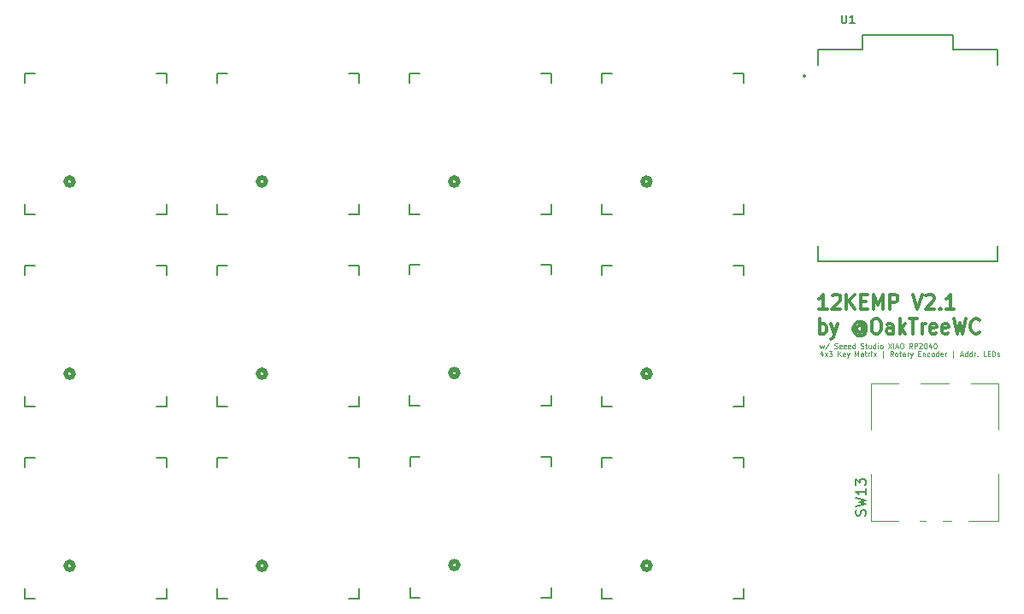
<source format=gbr>
%TF.GenerationSoftware,KiCad,Pcbnew,7.0.10*%
%TF.CreationDate,2026-02-14T21:30:48-08:00*%
%TF.ProjectId,12kempV2.1,31326b65-6d70-4563-922e-312e6b696361,rev?*%
%TF.SameCoordinates,Original*%
%TF.FileFunction,Legend,Top*%
%TF.FilePolarity,Positive*%
%FSLAX46Y46*%
G04 Gerber Fmt 4.6, Leading zero omitted, Abs format (unit mm)*
G04 Created by KiCad (PCBNEW 7.0.10) date 2026-02-14 21:30:48*
%MOMM*%
%LPD*%
G01*
G04 APERTURE LIST*
%ADD10C,0.300000*%
%ADD11C,0.125000*%
%ADD12C,0.150000*%
%ADD13C,0.127000*%
%ADD14C,0.200000*%
%ADD15C,0.120000*%
%ADD16C,0.508000*%
G04 APERTURE END LIST*
D10*
X182114034Y-87135828D02*
X181314034Y-87135828D01*
X181714034Y-87135828D02*
X181714034Y-85635828D01*
X181714034Y-85635828D02*
X181580701Y-85850114D01*
X181580701Y-85850114D02*
X181447368Y-85992971D01*
X181447368Y-85992971D02*
X181314034Y-86064400D01*
X182647367Y-85778685D02*
X182714034Y-85707257D01*
X182714034Y-85707257D02*
X182847367Y-85635828D01*
X182847367Y-85635828D02*
X183180701Y-85635828D01*
X183180701Y-85635828D02*
X183314034Y-85707257D01*
X183314034Y-85707257D02*
X183380701Y-85778685D01*
X183380701Y-85778685D02*
X183447367Y-85921542D01*
X183447367Y-85921542D02*
X183447367Y-86064400D01*
X183447367Y-86064400D02*
X183380701Y-86278685D01*
X183380701Y-86278685D02*
X182580701Y-87135828D01*
X182580701Y-87135828D02*
X183447367Y-87135828D01*
X184047367Y-87135828D02*
X184047367Y-85635828D01*
X184847367Y-87135828D02*
X184247367Y-86278685D01*
X184847367Y-85635828D02*
X184047367Y-86492971D01*
X185447367Y-86350114D02*
X185914034Y-86350114D01*
X186114034Y-87135828D02*
X185447367Y-87135828D01*
X185447367Y-87135828D02*
X185447367Y-85635828D01*
X185447367Y-85635828D02*
X186114034Y-85635828D01*
X186714034Y-87135828D02*
X186714034Y-85635828D01*
X186714034Y-85635828D02*
X187180701Y-86707257D01*
X187180701Y-86707257D02*
X187647367Y-85635828D01*
X187647367Y-85635828D02*
X187647367Y-87135828D01*
X188314034Y-87135828D02*
X188314034Y-85635828D01*
X188314034Y-85635828D02*
X188847367Y-85635828D01*
X188847367Y-85635828D02*
X188980701Y-85707257D01*
X188980701Y-85707257D02*
X189047367Y-85778685D01*
X189047367Y-85778685D02*
X189114034Y-85921542D01*
X189114034Y-85921542D02*
X189114034Y-86135828D01*
X189114034Y-86135828D02*
X189047367Y-86278685D01*
X189047367Y-86278685D02*
X188980701Y-86350114D01*
X188980701Y-86350114D02*
X188847367Y-86421542D01*
X188847367Y-86421542D02*
X188314034Y-86421542D01*
X190580701Y-85635828D02*
X191047368Y-87135828D01*
X191047368Y-87135828D02*
X191514034Y-85635828D01*
X191914034Y-85778685D02*
X191980701Y-85707257D01*
X191980701Y-85707257D02*
X192114034Y-85635828D01*
X192114034Y-85635828D02*
X192447368Y-85635828D01*
X192447368Y-85635828D02*
X192580701Y-85707257D01*
X192580701Y-85707257D02*
X192647368Y-85778685D01*
X192647368Y-85778685D02*
X192714034Y-85921542D01*
X192714034Y-85921542D02*
X192714034Y-86064400D01*
X192714034Y-86064400D02*
X192647368Y-86278685D01*
X192647368Y-86278685D02*
X191847368Y-87135828D01*
X191847368Y-87135828D02*
X192714034Y-87135828D01*
X193314034Y-86992971D02*
X193380701Y-87064400D01*
X193380701Y-87064400D02*
X193314034Y-87135828D01*
X193314034Y-87135828D02*
X193247367Y-87064400D01*
X193247367Y-87064400D02*
X193314034Y-86992971D01*
X193314034Y-86992971D02*
X193314034Y-87135828D01*
X194714034Y-87135828D02*
X193914034Y-87135828D01*
X194314034Y-87135828D02*
X194314034Y-85635828D01*
X194314034Y-85635828D02*
X194180701Y-85850114D01*
X194180701Y-85850114D02*
X194047368Y-85992971D01*
X194047368Y-85992971D02*
X193914034Y-86064400D01*
X181380701Y-89550828D02*
X181380701Y-88050828D01*
X181380701Y-88622257D02*
X181514034Y-88550828D01*
X181514034Y-88550828D02*
X181780701Y-88550828D01*
X181780701Y-88550828D02*
X181914034Y-88622257D01*
X181914034Y-88622257D02*
X181980701Y-88693685D01*
X181980701Y-88693685D02*
X182047368Y-88836542D01*
X182047368Y-88836542D02*
X182047368Y-89265114D01*
X182047368Y-89265114D02*
X181980701Y-89407971D01*
X181980701Y-89407971D02*
X181914034Y-89479400D01*
X181914034Y-89479400D02*
X181780701Y-89550828D01*
X181780701Y-89550828D02*
X181514034Y-89550828D01*
X181514034Y-89550828D02*
X181380701Y-89479400D01*
X182514035Y-88550828D02*
X182847368Y-89550828D01*
X183180701Y-88550828D02*
X182847368Y-89550828D01*
X182847368Y-89550828D02*
X182714035Y-89907971D01*
X182714035Y-89907971D02*
X182647368Y-89979400D01*
X182647368Y-89979400D02*
X182514035Y-90050828D01*
X185647369Y-88836542D02*
X185580702Y-88765114D01*
X185580702Y-88765114D02*
X185447369Y-88693685D01*
X185447369Y-88693685D02*
X185314035Y-88693685D01*
X185314035Y-88693685D02*
X185180702Y-88765114D01*
X185180702Y-88765114D02*
X185114035Y-88836542D01*
X185114035Y-88836542D02*
X185047369Y-88979400D01*
X185047369Y-88979400D02*
X185047369Y-89122257D01*
X185047369Y-89122257D02*
X185114035Y-89265114D01*
X185114035Y-89265114D02*
X185180702Y-89336542D01*
X185180702Y-89336542D02*
X185314035Y-89407971D01*
X185314035Y-89407971D02*
X185447369Y-89407971D01*
X185447369Y-89407971D02*
X185580702Y-89336542D01*
X185580702Y-89336542D02*
X185647369Y-89265114D01*
X185647369Y-88693685D02*
X185647369Y-89265114D01*
X185647369Y-89265114D02*
X185714035Y-89336542D01*
X185714035Y-89336542D02*
X185780702Y-89336542D01*
X185780702Y-89336542D02*
X185914035Y-89265114D01*
X185914035Y-89265114D02*
X185980702Y-89122257D01*
X185980702Y-89122257D02*
X185980702Y-88765114D01*
X185980702Y-88765114D02*
X185847369Y-88550828D01*
X185847369Y-88550828D02*
X185647369Y-88407971D01*
X185647369Y-88407971D02*
X185380702Y-88336542D01*
X185380702Y-88336542D02*
X185114035Y-88407971D01*
X185114035Y-88407971D02*
X184914035Y-88550828D01*
X184914035Y-88550828D02*
X184780702Y-88765114D01*
X184780702Y-88765114D02*
X184714035Y-89050828D01*
X184714035Y-89050828D02*
X184780702Y-89336542D01*
X184780702Y-89336542D02*
X184914035Y-89550828D01*
X184914035Y-89550828D02*
X185114035Y-89693685D01*
X185114035Y-89693685D02*
X185380702Y-89765114D01*
X185380702Y-89765114D02*
X185647369Y-89693685D01*
X185647369Y-89693685D02*
X185847369Y-89550828D01*
X186847369Y-88050828D02*
X187114035Y-88050828D01*
X187114035Y-88050828D02*
X187247369Y-88122257D01*
X187247369Y-88122257D02*
X187380702Y-88265114D01*
X187380702Y-88265114D02*
X187447369Y-88550828D01*
X187447369Y-88550828D02*
X187447369Y-89050828D01*
X187447369Y-89050828D02*
X187380702Y-89336542D01*
X187380702Y-89336542D02*
X187247369Y-89479400D01*
X187247369Y-89479400D02*
X187114035Y-89550828D01*
X187114035Y-89550828D02*
X186847369Y-89550828D01*
X186847369Y-89550828D02*
X186714035Y-89479400D01*
X186714035Y-89479400D02*
X186580702Y-89336542D01*
X186580702Y-89336542D02*
X186514035Y-89050828D01*
X186514035Y-89050828D02*
X186514035Y-88550828D01*
X186514035Y-88550828D02*
X186580702Y-88265114D01*
X186580702Y-88265114D02*
X186714035Y-88122257D01*
X186714035Y-88122257D02*
X186847369Y-88050828D01*
X188647369Y-89550828D02*
X188647369Y-88765114D01*
X188647369Y-88765114D02*
X188580702Y-88622257D01*
X188580702Y-88622257D02*
X188447369Y-88550828D01*
X188447369Y-88550828D02*
X188180702Y-88550828D01*
X188180702Y-88550828D02*
X188047369Y-88622257D01*
X188647369Y-89479400D02*
X188514036Y-89550828D01*
X188514036Y-89550828D02*
X188180702Y-89550828D01*
X188180702Y-89550828D02*
X188047369Y-89479400D01*
X188047369Y-89479400D02*
X187980702Y-89336542D01*
X187980702Y-89336542D02*
X187980702Y-89193685D01*
X187980702Y-89193685D02*
X188047369Y-89050828D01*
X188047369Y-89050828D02*
X188180702Y-88979400D01*
X188180702Y-88979400D02*
X188514036Y-88979400D01*
X188514036Y-88979400D02*
X188647369Y-88907971D01*
X189314036Y-89550828D02*
X189314036Y-88050828D01*
X189447369Y-88979400D02*
X189847369Y-89550828D01*
X189847369Y-88550828D02*
X189314036Y-89122257D01*
X190247369Y-88050828D02*
X191047369Y-88050828D01*
X190647369Y-89550828D02*
X190647369Y-88050828D01*
X191514036Y-89550828D02*
X191514036Y-88550828D01*
X191514036Y-88836542D02*
X191580703Y-88693685D01*
X191580703Y-88693685D02*
X191647369Y-88622257D01*
X191647369Y-88622257D02*
X191780703Y-88550828D01*
X191780703Y-88550828D02*
X191914036Y-88550828D01*
X192914036Y-89479400D02*
X192780703Y-89550828D01*
X192780703Y-89550828D02*
X192514036Y-89550828D01*
X192514036Y-89550828D02*
X192380703Y-89479400D01*
X192380703Y-89479400D02*
X192314036Y-89336542D01*
X192314036Y-89336542D02*
X192314036Y-88765114D01*
X192314036Y-88765114D02*
X192380703Y-88622257D01*
X192380703Y-88622257D02*
X192514036Y-88550828D01*
X192514036Y-88550828D02*
X192780703Y-88550828D01*
X192780703Y-88550828D02*
X192914036Y-88622257D01*
X192914036Y-88622257D02*
X192980703Y-88765114D01*
X192980703Y-88765114D02*
X192980703Y-88907971D01*
X192980703Y-88907971D02*
X192314036Y-89050828D01*
X194114036Y-89479400D02*
X193980703Y-89550828D01*
X193980703Y-89550828D02*
X193714036Y-89550828D01*
X193714036Y-89550828D02*
X193580703Y-89479400D01*
X193580703Y-89479400D02*
X193514036Y-89336542D01*
X193514036Y-89336542D02*
X193514036Y-88765114D01*
X193514036Y-88765114D02*
X193580703Y-88622257D01*
X193580703Y-88622257D02*
X193714036Y-88550828D01*
X193714036Y-88550828D02*
X193980703Y-88550828D01*
X193980703Y-88550828D02*
X194114036Y-88622257D01*
X194114036Y-88622257D02*
X194180703Y-88765114D01*
X194180703Y-88765114D02*
X194180703Y-88907971D01*
X194180703Y-88907971D02*
X193514036Y-89050828D01*
X194647370Y-88050828D02*
X194980703Y-89550828D01*
X194980703Y-89550828D02*
X195247370Y-88479400D01*
X195247370Y-88479400D02*
X195514036Y-89550828D01*
X195514036Y-89550828D02*
X195847370Y-88050828D01*
X197180703Y-89407971D02*
X197114036Y-89479400D01*
X197114036Y-89479400D02*
X196914036Y-89550828D01*
X196914036Y-89550828D02*
X196780703Y-89550828D01*
X196780703Y-89550828D02*
X196580703Y-89479400D01*
X196580703Y-89479400D02*
X196447370Y-89336542D01*
X196447370Y-89336542D02*
X196380703Y-89193685D01*
X196380703Y-89193685D02*
X196314036Y-88907971D01*
X196314036Y-88907971D02*
X196314036Y-88693685D01*
X196314036Y-88693685D02*
X196380703Y-88407971D01*
X196380703Y-88407971D02*
X196447370Y-88265114D01*
X196447370Y-88265114D02*
X196580703Y-88122257D01*
X196580703Y-88122257D02*
X196780703Y-88050828D01*
X196780703Y-88050828D02*
X196914036Y-88050828D01*
X196914036Y-88050828D02*
X197114036Y-88122257D01*
X197114036Y-88122257D02*
X197180703Y-88193685D01*
D11*
X181403664Y-90643976D02*
X181498902Y-90977309D01*
X181498902Y-90977309D02*
X181594140Y-90739214D01*
X181594140Y-90739214D02*
X181689378Y-90977309D01*
X181689378Y-90977309D02*
X181784616Y-90643976D01*
X182332236Y-90453500D02*
X181903665Y-91096357D01*
X182856046Y-90953500D02*
X182927474Y-90977309D01*
X182927474Y-90977309D02*
X183046522Y-90977309D01*
X183046522Y-90977309D02*
X183094141Y-90953500D01*
X183094141Y-90953500D02*
X183117950Y-90929690D01*
X183117950Y-90929690D02*
X183141760Y-90882071D01*
X183141760Y-90882071D02*
X183141760Y-90834452D01*
X183141760Y-90834452D02*
X183117950Y-90786833D01*
X183117950Y-90786833D02*
X183094141Y-90763023D01*
X183094141Y-90763023D02*
X183046522Y-90739214D01*
X183046522Y-90739214D02*
X182951284Y-90715404D01*
X182951284Y-90715404D02*
X182903665Y-90691595D01*
X182903665Y-90691595D02*
X182879855Y-90667785D01*
X182879855Y-90667785D02*
X182856046Y-90620166D01*
X182856046Y-90620166D02*
X182856046Y-90572547D01*
X182856046Y-90572547D02*
X182879855Y-90524928D01*
X182879855Y-90524928D02*
X182903665Y-90501119D01*
X182903665Y-90501119D02*
X182951284Y-90477309D01*
X182951284Y-90477309D02*
X183070331Y-90477309D01*
X183070331Y-90477309D02*
X183141760Y-90501119D01*
X183546521Y-90953500D02*
X183498902Y-90977309D01*
X183498902Y-90977309D02*
X183403664Y-90977309D01*
X183403664Y-90977309D02*
X183356045Y-90953500D01*
X183356045Y-90953500D02*
X183332236Y-90905880D01*
X183332236Y-90905880D02*
X183332236Y-90715404D01*
X183332236Y-90715404D02*
X183356045Y-90667785D01*
X183356045Y-90667785D02*
X183403664Y-90643976D01*
X183403664Y-90643976D02*
X183498902Y-90643976D01*
X183498902Y-90643976D02*
X183546521Y-90667785D01*
X183546521Y-90667785D02*
X183570331Y-90715404D01*
X183570331Y-90715404D02*
X183570331Y-90763023D01*
X183570331Y-90763023D02*
X183332236Y-90810642D01*
X183975092Y-90953500D02*
X183927473Y-90977309D01*
X183927473Y-90977309D02*
X183832235Y-90977309D01*
X183832235Y-90977309D02*
X183784616Y-90953500D01*
X183784616Y-90953500D02*
X183760807Y-90905880D01*
X183760807Y-90905880D02*
X183760807Y-90715404D01*
X183760807Y-90715404D02*
X183784616Y-90667785D01*
X183784616Y-90667785D02*
X183832235Y-90643976D01*
X183832235Y-90643976D02*
X183927473Y-90643976D01*
X183927473Y-90643976D02*
X183975092Y-90667785D01*
X183975092Y-90667785D02*
X183998902Y-90715404D01*
X183998902Y-90715404D02*
X183998902Y-90763023D01*
X183998902Y-90763023D02*
X183760807Y-90810642D01*
X184403663Y-90953500D02*
X184356044Y-90977309D01*
X184356044Y-90977309D02*
X184260806Y-90977309D01*
X184260806Y-90977309D02*
X184213187Y-90953500D01*
X184213187Y-90953500D02*
X184189378Y-90905880D01*
X184189378Y-90905880D02*
X184189378Y-90715404D01*
X184189378Y-90715404D02*
X184213187Y-90667785D01*
X184213187Y-90667785D02*
X184260806Y-90643976D01*
X184260806Y-90643976D02*
X184356044Y-90643976D01*
X184356044Y-90643976D02*
X184403663Y-90667785D01*
X184403663Y-90667785D02*
X184427473Y-90715404D01*
X184427473Y-90715404D02*
X184427473Y-90763023D01*
X184427473Y-90763023D02*
X184189378Y-90810642D01*
X184856044Y-90977309D02*
X184856044Y-90477309D01*
X184856044Y-90953500D02*
X184808425Y-90977309D01*
X184808425Y-90977309D02*
X184713187Y-90977309D01*
X184713187Y-90977309D02*
X184665568Y-90953500D01*
X184665568Y-90953500D02*
X184641758Y-90929690D01*
X184641758Y-90929690D02*
X184617949Y-90882071D01*
X184617949Y-90882071D02*
X184617949Y-90739214D01*
X184617949Y-90739214D02*
X184641758Y-90691595D01*
X184641758Y-90691595D02*
X184665568Y-90667785D01*
X184665568Y-90667785D02*
X184713187Y-90643976D01*
X184713187Y-90643976D02*
X184808425Y-90643976D01*
X184808425Y-90643976D02*
X184856044Y-90667785D01*
X185451282Y-90953500D02*
X185522710Y-90977309D01*
X185522710Y-90977309D02*
X185641758Y-90977309D01*
X185641758Y-90977309D02*
X185689377Y-90953500D01*
X185689377Y-90953500D02*
X185713186Y-90929690D01*
X185713186Y-90929690D02*
X185736996Y-90882071D01*
X185736996Y-90882071D02*
X185736996Y-90834452D01*
X185736996Y-90834452D02*
X185713186Y-90786833D01*
X185713186Y-90786833D02*
X185689377Y-90763023D01*
X185689377Y-90763023D02*
X185641758Y-90739214D01*
X185641758Y-90739214D02*
X185546520Y-90715404D01*
X185546520Y-90715404D02*
X185498901Y-90691595D01*
X185498901Y-90691595D02*
X185475091Y-90667785D01*
X185475091Y-90667785D02*
X185451282Y-90620166D01*
X185451282Y-90620166D02*
X185451282Y-90572547D01*
X185451282Y-90572547D02*
X185475091Y-90524928D01*
X185475091Y-90524928D02*
X185498901Y-90501119D01*
X185498901Y-90501119D02*
X185546520Y-90477309D01*
X185546520Y-90477309D02*
X185665567Y-90477309D01*
X185665567Y-90477309D02*
X185736996Y-90501119D01*
X185879853Y-90643976D02*
X186070329Y-90643976D01*
X185951281Y-90477309D02*
X185951281Y-90905880D01*
X185951281Y-90905880D02*
X185975091Y-90953500D01*
X185975091Y-90953500D02*
X186022710Y-90977309D01*
X186022710Y-90977309D02*
X186070329Y-90977309D01*
X186451281Y-90643976D02*
X186451281Y-90977309D01*
X186236995Y-90643976D02*
X186236995Y-90905880D01*
X186236995Y-90905880D02*
X186260805Y-90953500D01*
X186260805Y-90953500D02*
X186308424Y-90977309D01*
X186308424Y-90977309D02*
X186379852Y-90977309D01*
X186379852Y-90977309D02*
X186427471Y-90953500D01*
X186427471Y-90953500D02*
X186451281Y-90929690D01*
X186903662Y-90977309D02*
X186903662Y-90477309D01*
X186903662Y-90953500D02*
X186856043Y-90977309D01*
X186856043Y-90977309D02*
X186760805Y-90977309D01*
X186760805Y-90977309D02*
X186713186Y-90953500D01*
X186713186Y-90953500D02*
X186689376Y-90929690D01*
X186689376Y-90929690D02*
X186665567Y-90882071D01*
X186665567Y-90882071D02*
X186665567Y-90739214D01*
X186665567Y-90739214D02*
X186689376Y-90691595D01*
X186689376Y-90691595D02*
X186713186Y-90667785D01*
X186713186Y-90667785D02*
X186760805Y-90643976D01*
X186760805Y-90643976D02*
X186856043Y-90643976D01*
X186856043Y-90643976D02*
X186903662Y-90667785D01*
X187141757Y-90977309D02*
X187141757Y-90643976D01*
X187141757Y-90477309D02*
X187117948Y-90501119D01*
X187117948Y-90501119D02*
X187141757Y-90524928D01*
X187141757Y-90524928D02*
X187165567Y-90501119D01*
X187165567Y-90501119D02*
X187141757Y-90477309D01*
X187141757Y-90477309D02*
X187141757Y-90524928D01*
X187451281Y-90977309D02*
X187403662Y-90953500D01*
X187403662Y-90953500D02*
X187379852Y-90929690D01*
X187379852Y-90929690D02*
X187356043Y-90882071D01*
X187356043Y-90882071D02*
X187356043Y-90739214D01*
X187356043Y-90739214D02*
X187379852Y-90691595D01*
X187379852Y-90691595D02*
X187403662Y-90667785D01*
X187403662Y-90667785D02*
X187451281Y-90643976D01*
X187451281Y-90643976D02*
X187522709Y-90643976D01*
X187522709Y-90643976D02*
X187570328Y-90667785D01*
X187570328Y-90667785D02*
X187594138Y-90691595D01*
X187594138Y-90691595D02*
X187617947Y-90739214D01*
X187617947Y-90739214D02*
X187617947Y-90882071D01*
X187617947Y-90882071D02*
X187594138Y-90929690D01*
X187594138Y-90929690D02*
X187570328Y-90953500D01*
X187570328Y-90953500D02*
X187522709Y-90977309D01*
X187522709Y-90977309D02*
X187451281Y-90977309D01*
X188165566Y-90477309D02*
X188498899Y-90977309D01*
X188498899Y-90477309D02*
X188165566Y-90977309D01*
X188689375Y-90977309D02*
X188689375Y-90477309D01*
X188903661Y-90834452D02*
X189141756Y-90834452D01*
X188856042Y-90977309D02*
X189022708Y-90477309D01*
X189022708Y-90477309D02*
X189189375Y-90977309D01*
X189451279Y-90477309D02*
X189546517Y-90477309D01*
X189546517Y-90477309D02*
X189594136Y-90501119D01*
X189594136Y-90501119D02*
X189641755Y-90548738D01*
X189641755Y-90548738D02*
X189665565Y-90643976D01*
X189665565Y-90643976D02*
X189665565Y-90810642D01*
X189665565Y-90810642D02*
X189641755Y-90905880D01*
X189641755Y-90905880D02*
X189594136Y-90953500D01*
X189594136Y-90953500D02*
X189546517Y-90977309D01*
X189546517Y-90977309D02*
X189451279Y-90977309D01*
X189451279Y-90977309D02*
X189403660Y-90953500D01*
X189403660Y-90953500D02*
X189356041Y-90905880D01*
X189356041Y-90905880D02*
X189332232Y-90810642D01*
X189332232Y-90810642D02*
X189332232Y-90643976D01*
X189332232Y-90643976D02*
X189356041Y-90548738D01*
X189356041Y-90548738D02*
X189403660Y-90501119D01*
X189403660Y-90501119D02*
X189451279Y-90477309D01*
X190546517Y-90977309D02*
X190379851Y-90739214D01*
X190260803Y-90977309D02*
X190260803Y-90477309D01*
X190260803Y-90477309D02*
X190451279Y-90477309D01*
X190451279Y-90477309D02*
X190498898Y-90501119D01*
X190498898Y-90501119D02*
X190522708Y-90524928D01*
X190522708Y-90524928D02*
X190546517Y-90572547D01*
X190546517Y-90572547D02*
X190546517Y-90643976D01*
X190546517Y-90643976D02*
X190522708Y-90691595D01*
X190522708Y-90691595D02*
X190498898Y-90715404D01*
X190498898Y-90715404D02*
X190451279Y-90739214D01*
X190451279Y-90739214D02*
X190260803Y-90739214D01*
X190760803Y-90977309D02*
X190760803Y-90477309D01*
X190760803Y-90477309D02*
X190951279Y-90477309D01*
X190951279Y-90477309D02*
X190998898Y-90501119D01*
X190998898Y-90501119D02*
X191022708Y-90524928D01*
X191022708Y-90524928D02*
X191046517Y-90572547D01*
X191046517Y-90572547D02*
X191046517Y-90643976D01*
X191046517Y-90643976D02*
X191022708Y-90691595D01*
X191022708Y-90691595D02*
X190998898Y-90715404D01*
X190998898Y-90715404D02*
X190951279Y-90739214D01*
X190951279Y-90739214D02*
X190760803Y-90739214D01*
X191236994Y-90524928D02*
X191260803Y-90501119D01*
X191260803Y-90501119D02*
X191308422Y-90477309D01*
X191308422Y-90477309D02*
X191427470Y-90477309D01*
X191427470Y-90477309D02*
X191475089Y-90501119D01*
X191475089Y-90501119D02*
X191498898Y-90524928D01*
X191498898Y-90524928D02*
X191522708Y-90572547D01*
X191522708Y-90572547D02*
X191522708Y-90620166D01*
X191522708Y-90620166D02*
X191498898Y-90691595D01*
X191498898Y-90691595D02*
X191213184Y-90977309D01*
X191213184Y-90977309D02*
X191522708Y-90977309D01*
X191832231Y-90477309D02*
X191879850Y-90477309D01*
X191879850Y-90477309D02*
X191927469Y-90501119D01*
X191927469Y-90501119D02*
X191951279Y-90524928D01*
X191951279Y-90524928D02*
X191975088Y-90572547D01*
X191975088Y-90572547D02*
X191998898Y-90667785D01*
X191998898Y-90667785D02*
X191998898Y-90786833D01*
X191998898Y-90786833D02*
X191975088Y-90882071D01*
X191975088Y-90882071D02*
X191951279Y-90929690D01*
X191951279Y-90929690D02*
X191927469Y-90953500D01*
X191927469Y-90953500D02*
X191879850Y-90977309D01*
X191879850Y-90977309D02*
X191832231Y-90977309D01*
X191832231Y-90977309D02*
X191784612Y-90953500D01*
X191784612Y-90953500D02*
X191760803Y-90929690D01*
X191760803Y-90929690D02*
X191736993Y-90882071D01*
X191736993Y-90882071D02*
X191713184Y-90786833D01*
X191713184Y-90786833D02*
X191713184Y-90667785D01*
X191713184Y-90667785D02*
X191736993Y-90572547D01*
X191736993Y-90572547D02*
X191760803Y-90524928D01*
X191760803Y-90524928D02*
X191784612Y-90501119D01*
X191784612Y-90501119D02*
X191832231Y-90477309D01*
X192427469Y-90643976D02*
X192427469Y-90977309D01*
X192308421Y-90453500D02*
X192189374Y-90810642D01*
X192189374Y-90810642D02*
X192498897Y-90810642D01*
X192784611Y-90477309D02*
X192832230Y-90477309D01*
X192832230Y-90477309D02*
X192879849Y-90501119D01*
X192879849Y-90501119D02*
X192903659Y-90524928D01*
X192903659Y-90524928D02*
X192927468Y-90572547D01*
X192927468Y-90572547D02*
X192951278Y-90667785D01*
X192951278Y-90667785D02*
X192951278Y-90786833D01*
X192951278Y-90786833D02*
X192927468Y-90882071D01*
X192927468Y-90882071D02*
X192903659Y-90929690D01*
X192903659Y-90929690D02*
X192879849Y-90953500D01*
X192879849Y-90953500D02*
X192832230Y-90977309D01*
X192832230Y-90977309D02*
X192784611Y-90977309D01*
X192784611Y-90977309D02*
X192736992Y-90953500D01*
X192736992Y-90953500D02*
X192713183Y-90929690D01*
X192713183Y-90929690D02*
X192689373Y-90882071D01*
X192689373Y-90882071D02*
X192665564Y-90786833D01*
X192665564Y-90786833D02*
X192665564Y-90667785D01*
X192665564Y-90667785D02*
X192689373Y-90572547D01*
X192689373Y-90572547D02*
X192713183Y-90524928D01*
X192713183Y-90524928D02*
X192736992Y-90501119D01*
X192736992Y-90501119D02*
X192784611Y-90477309D01*
X181665569Y-91448976D02*
X181665569Y-91782309D01*
X181546521Y-91258500D02*
X181427474Y-91615642D01*
X181427474Y-91615642D02*
X181736997Y-91615642D01*
X181879854Y-91782309D02*
X182141759Y-91448976D01*
X181879854Y-91448976D02*
X182141759Y-91782309D01*
X182284616Y-91282309D02*
X182594140Y-91282309D01*
X182594140Y-91282309D02*
X182427473Y-91472785D01*
X182427473Y-91472785D02*
X182498902Y-91472785D01*
X182498902Y-91472785D02*
X182546521Y-91496595D01*
X182546521Y-91496595D02*
X182570330Y-91520404D01*
X182570330Y-91520404D02*
X182594140Y-91568023D01*
X182594140Y-91568023D02*
X182594140Y-91687071D01*
X182594140Y-91687071D02*
X182570330Y-91734690D01*
X182570330Y-91734690D02*
X182546521Y-91758500D01*
X182546521Y-91758500D02*
X182498902Y-91782309D01*
X182498902Y-91782309D02*
X182356045Y-91782309D01*
X182356045Y-91782309D02*
X182308426Y-91758500D01*
X182308426Y-91758500D02*
X182284616Y-91734690D01*
X183189377Y-91782309D02*
X183189377Y-91282309D01*
X183475091Y-91782309D02*
X183260806Y-91496595D01*
X183475091Y-91282309D02*
X183189377Y-91568023D01*
X183879853Y-91758500D02*
X183832234Y-91782309D01*
X183832234Y-91782309D02*
X183736996Y-91782309D01*
X183736996Y-91782309D02*
X183689377Y-91758500D01*
X183689377Y-91758500D02*
X183665568Y-91710880D01*
X183665568Y-91710880D02*
X183665568Y-91520404D01*
X183665568Y-91520404D02*
X183689377Y-91472785D01*
X183689377Y-91472785D02*
X183736996Y-91448976D01*
X183736996Y-91448976D02*
X183832234Y-91448976D01*
X183832234Y-91448976D02*
X183879853Y-91472785D01*
X183879853Y-91472785D02*
X183903663Y-91520404D01*
X183903663Y-91520404D02*
X183903663Y-91568023D01*
X183903663Y-91568023D02*
X183665568Y-91615642D01*
X184070329Y-91448976D02*
X184189377Y-91782309D01*
X184308424Y-91448976D02*
X184189377Y-91782309D01*
X184189377Y-91782309D02*
X184141758Y-91901357D01*
X184141758Y-91901357D02*
X184117948Y-91925166D01*
X184117948Y-91925166D02*
X184070329Y-91948976D01*
X184879852Y-91782309D02*
X184879852Y-91282309D01*
X184879852Y-91282309D02*
X185046519Y-91639452D01*
X185046519Y-91639452D02*
X185213185Y-91282309D01*
X185213185Y-91282309D02*
X185213185Y-91782309D01*
X185665567Y-91782309D02*
X185665567Y-91520404D01*
X185665567Y-91520404D02*
X185641757Y-91472785D01*
X185641757Y-91472785D02*
X185594138Y-91448976D01*
X185594138Y-91448976D02*
X185498900Y-91448976D01*
X185498900Y-91448976D02*
X185451281Y-91472785D01*
X185665567Y-91758500D02*
X185617948Y-91782309D01*
X185617948Y-91782309D02*
X185498900Y-91782309D01*
X185498900Y-91782309D02*
X185451281Y-91758500D01*
X185451281Y-91758500D02*
X185427472Y-91710880D01*
X185427472Y-91710880D02*
X185427472Y-91663261D01*
X185427472Y-91663261D02*
X185451281Y-91615642D01*
X185451281Y-91615642D02*
X185498900Y-91591833D01*
X185498900Y-91591833D02*
X185617948Y-91591833D01*
X185617948Y-91591833D02*
X185665567Y-91568023D01*
X185832234Y-91448976D02*
X186022710Y-91448976D01*
X185903662Y-91282309D02*
X185903662Y-91710880D01*
X185903662Y-91710880D02*
X185927472Y-91758500D01*
X185927472Y-91758500D02*
X185975091Y-91782309D01*
X185975091Y-91782309D02*
X186022710Y-91782309D01*
X186189376Y-91782309D02*
X186189376Y-91448976D01*
X186189376Y-91544214D02*
X186213186Y-91496595D01*
X186213186Y-91496595D02*
X186236995Y-91472785D01*
X186236995Y-91472785D02*
X186284614Y-91448976D01*
X186284614Y-91448976D02*
X186332233Y-91448976D01*
X186498900Y-91782309D02*
X186498900Y-91448976D01*
X186498900Y-91282309D02*
X186475091Y-91306119D01*
X186475091Y-91306119D02*
X186498900Y-91329928D01*
X186498900Y-91329928D02*
X186522710Y-91306119D01*
X186522710Y-91306119D02*
X186498900Y-91282309D01*
X186498900Y-91282309D02*
X186498900Y-91329928D01*
X186689376Y-91782309D02*
X186951281Y-91448976D01*
X186689376Y-91448976D02*
X186951281Y-91782309D01*
X187641757Y-91948976D02*
X187641757Y-91234690D01*
X188665565Y-91782309D02*
X188498899Y-91544214D01*
X188379851Y-91782309D02*
X188379851Y-91282309D01*
X188379851Y-91282309D02*
X188570327Y-91282309D01*
X188570327Y-91282309D02*
X188617946Y-91306119D01*
X188617946Y-91306119D02*
X188641756Y-91329928D01*
X188641756Y-91329928D02*
X188665565Y-91377547D01*
X188665565Y-91377547D02*
X188665565Y-91448976D01*
X188665565Y-91448976D02*
X188641756Y-91496595D01*
X188641756Y-91496595D02*
X188617946Y-91520404D01*
X188617946Y-91520404D02*
X188570327Y-91544214D01*
X188570327Y-91544214D02*
X188379851Y-91544214D01*
X188951280Y-91782309D02*
X188903661Y-91758500D01*
X188903661Y-91758500D02*
X188879851Y-91734690D01*
X188879851Y-91734690D02*
X188856042Y-91687071D01*
X188856042Y-91687071D02*
X188856042Y-91544214D01*
X188856042Y-91544214D02*
X188879851Y-91496595D01*
X188879851Y-91496595D02*
X188903661Y-91472785D01*
X188903661Y-91472785D02*
X188951280Y-91448976D01*
X188951280Y-91448976D02*
X189022708Y-91448976D01*
X189022708Y-91448976D02*
X189070327Y-91472785D01*
X189070327Y-91472785D02*
X189094137Y-91496595D01*
X189094137Y-91496595D02*
X189117946Y-91544214D01*
X189117946Y-91544214D02*
X189117946Y-91687071D01*
X189117946Y-91687071D02*
X189094137Y-91734690D01*
X189094137Y-91734690D02*
X189070327Y-91758500D01*
X189070327Y-91758500D02*
X189022708Y-91782309D01*
X189022708Y-91782309D02*
X188951280Y-91782309D01*
X189260804Y-91448976D02*
X189451280Y-91448976D01*
X189332232Y-91282309D02*
X189332232Y-91710880D01*
X189332232Y-91710880D02*
X189356042Y-91758500D01*
X189356042Y-91758500D02*
X189403661Y-91782309D01*
X189403661Y-91782309D02*
X189451280Y-91782309D01*
X189832232Y-91782309D02*
X189832232Y-91520404D01*
X189832232Y-91520404D02*
X189808422Y-91472785D01*
X189808422Y-91472785D02*
X189760803Y-91448976D01*
X189760803Y-91448976D02*
X189665565Y-91448976D01*
X189665565Y-91448976D02*
X189617946Y-91472785D01*
X189832232Y-91758500D02*
X189784613Y-91782309D01*
X189784613Y-91782309D02*
X189665565Y-91782309D01*
X189665565Y-91782309D02*
X189617946Y-91758500D01*
X189617946Y-91758500D02*
X189594137Y-91710880D01*
X189594137Y-91710880D02*
X189594137Y-91663261D01*
X189594137Y-91663261D02*
X189617946Y-91615642D01*
X189617946Y-91615642D02*
X189665565Y-91591833D01*
X189665565Y-91591833D02*
X189784613Y-91591833D01*
X189784613Y-91591833D02*
X189832232Y-91568023D01*
X190070327Y-91782309D02*
X190070327Y-91448976D01*
X190070327Y-91544214D02*
X190094137Y-91496595D01*
X190094137Y-91496595D02*
X190117946Y-91472785D01*
X190117946Y-91472785D02*
X190165565Y-91448976D01*
X190165565Y-91448976D02*
X190213184Y-91448976D01*
X190332232Y-91448976D02*
X190451280Y-91782309D01*
X190570327Y-91448976D02*
X190451280Y-91782309D01*
X190451280Y-91782309D02*
X190403661Y-91901357D01*
X190403661Y-91901357D02*
X190379851Y-91925166D01*
X190379851Y-91925166D02*
X190332232Y-91948976D01*
X191141755Y-91520404D02*
X191308422Y-91520404D01*
X191379850Y-91782309D02*
X191141755Y-91782309D01*
X191141755Y-91782309D02*
X191141755Y-91282309D01*
X191141755Y-91282309D02*
X191379850Y-91282309D01*
X191594136Y-91448976D02*
X191594136Y-91782309D01*
X191594136Y-91496595D02*
X191617946Y-91472785D01*
X191617946Y-91472785D02*
X191665565Y-91448976D01*
X191665565Y-91448976D02*
X191736993Y-91448976D01*
X191736993Y-91448976D02*
X191784612Y-91472785D01*
X191784612Y-91472785D02*
X191808422Y-91520404D01*
X191808422Y-91520404D02*
X191808422Y-91782309D01*
X192260803Y-91758500D02*
X192213184Y-91782309D01*
X192213184Y-91782309D02*
X192117946Y-91782309D01*
X192117946Y-91782309D02*
X192070327Y-91758500D01*
X192070327Y-91758500D02*
X192046517Y-91734690D01*
X192046517Y-91734690D02*
X192022708Y-91687071D01*
X192022708Y-91687071D02*
X192022708Y-91544214D01*
X192022708Y-91544214D02*
X192046517Y-91496595D01*
X192046517Y-91496595D02*
X192070327Y-91472785D01*
X192070327Y-91472785D02*
X192117946Y-91448976D01*
X192117946Y-91448976D02*
X192213184Y-91448976D01*
X192213184Y-91448976D02*
X192260803Y-91472785D01*
X192546517Y-91782309D02*
X192498898Y-91758500D01*
X192498898Y-91758500D02*
X192475088Y-91734690D01*
X192475088Y-91734690D02*
X192451279Y-91687071D01*
X192451279Y-91687071D02*
X192451279Y-91544214D01*
X192451279Y-91544214D02*
X192475088Y-91496595D01*
X192475088Y-91496595D02*
X192498898Y-91472785D01*
X192498898Y-91472785D02*
X192546517Y-91448976D01*
X192546517Y-91448976D02*
X192617945Y-91448976D01*
X192617945Y-91448976D02*
X192665564Y-91472785D01*
X192665564Y-91472785D02*
X192689374Y-91496595D01*
X192689374Y-91496595D02*
X192713183Y-91544214D01*
X192713183Y-91544214D02*
X192713183Y-91687071D01*
X192713183Y-91687071D02*
X192689374Y-91734690D01*
X192689374Y-91734690D02*
X192665564Y-91758500D01*
X192665564Y-91758500D02*
X192617945Y-91782309D01*
X192617945Y-91782309D02*
X192546517Y-91782309D01*
X193141755Y-91782309D02*
X193141755Y-91282309D01*
X193141755Y-91758500D02*
X193094136Y-91782309D01*
X193094136Y-91782309D02*
X192998898Y-91782309D01*
X192998898Y-91782309D02*
X192951279Y-91758500D01*
X192951279Y-91758500D02*
X192927469Y-91734690D01*
X192927469Y-91734690D02*
X192903660Y-91687071D01*
X192903660Y-91687071D02*
X192903660Y-91544214D01*
X192903660Y-91544214D02*
X192927469Y-91496595D01*
X192927469Y-91496595D02*
X192951279Y-91472785D01*
X192951279Y-91472785D02*
X192998898Y-91448976D01*
X192998898Y-91448976D02*
X193094136Y-91448976D01*
X193094136Y-91448976D02*
X193141755Y-91472785D01*
X193570326Y-91758500D02*
X193522707Y-91782309D01*
X193522707Y-91782309D02*
X193427469Y-91782309D01*
X193427469Y-91782309D02*
X193379850Y-91758500D01*
X193379850Y-91758500D02*
X193356041Y-91710880D01*
X193356041Y-91710880D02*
X193356041Y-91520404D01*
X193356041Y-91520404D02*
X193379850Y-91472785D01*
X193379850Y-91472785D02*
X193427469Y-91448976D01*
X193427469Y-91448976D02*
X193522707Y-91448976D01*
X193522707Y-91448976D02*
X193570326Y-91472785D01*
X193570326Y-91472785D02*
X193594136Y-91520404D01*
X193594136Y-91520404D02*
X193594136Y-91568023D01*
X193594136Y-91568023D02*
X193356041Y-91615642D01*
X193808421Y-91782309D02*
X193808421Y-91448976D01*
X193808421Y-91544214D02*
X193832231Y-91496595D01*
X193832231Y-91496595D02*
X193856040Y-91472785D01*
X193856040Y-91472785D02*
X193903659Y-91448976D01*
X193903659Y-91448976D02*
X193951278Y-91448976D01*
X194617945Y-91948976D02*
X194617945Y-91234690D01*
X195332230Y-91639452D02*
X195570325Y-91639452D01*
X195284611Y-91782309D02*
X195451277Y-91282309D01*
X195451277Y-91282309D02*
X195617944Y-91782309D01*
X195998896Y-91782309D02*
X195998896Y-91282309D01*
X195998896Y-91758500D02*
X195951277Y-91782309D01*
X195951277Y-91782309D02*
X195856039Y-91782309D01*
X195856039Y-91782309D02*
X195808420Y-91758500D01*
X195808420Y-91758500D02*
X195784610Y-91734690D01*
X195784610Y-91734690D02*
X195760801Y-91687071D01*
X195760801Y-91687071D02*
X195760801Y-91544214D01*
X195760801Y-91544214D02*
X195784610Y-91496595D01*
X195784610Y-91496595D02*
X195808420Y-91472785D01*
X195808420Y-91472785D02*
X195856039Y-91448976D01*
X195856039Y-91448976D02*
X195951277Y-91448976D01*
X195951277Y-91448976D02*
X195998896Y-91472785D01*
X196451277Y-91782309D02*
X196451277Y-91282309D01*
X196451277Y-91758500D02*
X196403658Y-91782309D01*
X196403658Y-91782309D02*
X196308420Y-91782309D01*
X196308420Y-91782309D02*
X196260801Y-91758500D01*
X196260801Y-91758500D02*
X196236991Y-91734690D01*
X196236991Y-91734690D02*
X196213182Y-91687071D01*
X196213182Y-91687071D02*
X196213182Y-91544214D01*
X196213182Y-91544214D02*
X196236991Y-91496595D01*
X196236991Y-91496595D02*
X196260801Y-91472785D01*
X196260801Y-91472785D02*
X196308420Y-91448976D01*
X196308420Y-91448976D02*
X196403658Y-91448976D01*
X196403658Y-91448976D02*
X196451277Y-91472785D01*
X196689372Y-91782309D02*
X196689372Y-91448976D01*
X196689372Y-91544214D02*
X196713182Y-91496595D01*
X196713182Y-91496595D02*
X196736991Y-91472785D01*
X196736991Y-91472785D02*
X196784610Y-91448976D01*
X196784610Y-91448976D02*
X196832229Y-91448976D01*
X196998896Y-91734690D02*
X197022706Y-91758500D01*
X197022706Y-91758500D02*
X196998896Y-91782309D01*
X196998896Y-91782309D02*
X196975087Y-91758500D01*
X196975087Y-91758500D02*
X196998896Y-91734690D01*
X196998896Y-91734690D02*
X196998896Y-91782309D01*
X197856038Y-91782309D02*
X197617943Y-91782309D01*
X197617943Y-91782309D02*
X197617943Y-91282309D01*
X198022705Y-91520404D02*
X198189372Y-91520404D01*
X198260800Y-91782309D02*
X198022705Y-91782309D01*
X198022705Y-91782309D02*
X198022705Y-91282309D01*
X198022705Y-91282309D02*
X198260800Y-91282309D01*
X198475086Y-91782309D02*
X198475086Y-91282309D01*
X198475086Y-91282309D02*
X198594134Y-91282309D01*
X198594134Y-91282309D02*
X198665562Y-91306119D01*
X198665562Y-91306119D02*
X198713181Y-91353738D01*
X198713181Y-91353738D02*
X198736991Y-91401357D01*
X198736991Y-91401357D02*
X198760800Y-91496595D01*
X198760800Y-91496595D02*
X198760800Y-91568023D01*
X198760800Y-91568023D02*
X198736991Y-91663261D01*
X198736991Y-91663261D02*
X198713181Y-91710880D01*
X198713181Y-91710880D02*
X198665562Y-91758500D01*
X198665562Y-91758500D02*
X198594134Y-91782309D01*
X198594134Y-91782309D02*
X198475086Y-91782309D01*
X198951277Y-91758500D02*
X198998896Y-91782309D01*
X198998896Y-91782309D02*
X199094134Y-91782309D01*
X199094134Y-91782309D02*
X199141753Y-91758500D01*
X199141753Y-91758500D02*
X199165562Y-91710880D01*
X199165562Y-91710880D02*
X199165562Y-91687071D01*
X199165562Y-91687071D02*
X199141753Y-91639452D01*
X199141753Y-91639452D02*
X199094134Y-91615642D01*
X199094134Y-91615642D02*
X199022705Y-91615642D01*
X199022705Y-91615642D02*
X198975086Y-91591833D01*
X198975086Y-91591833D02*
X198951277Y-91544214D01*
X198951277Y-91544214D02*
X198951277Y-91520404D01*
X198951277Y-91520404D02*
X198975086Y-91472785D01*
X198975086Y-91472785D02*
X199022705Y-91448976D01*
X199022705Y-91448976D02*
X199094134Y-91448976D01*
X199094134Y-91448976D02*
X199141753Y-91472785D01*
D12*
X183581976Y-57948295D02*
X183581976Y-58595914D01*
X183581976Y-58595914D02*
X183620071Y-58672104D01*
X183620071Y-58672104D02*
X183658166Y-58710200D01*
X183658166Y-58710200D02*
X183734357Y-58748295D01*
X183734357Y-58748295D02*
X183886738Y-58748295D01*
X183886738Y-58748295D02*
X183962928Y-58710200D01*
X183962928Y-58710200D02*
X184001023Y-58672104D01*
X184001023Y-58672104D02*
X184039119Y-58595914D01*
X184039119Y-58595914D02*
X184039119Y-57948295D01*
X184839118Y-58748295D02*
X184381975Y-58748295D01*
X184610547Y-58748295D02*
X184610547Y-57948295D01*
X184610547Y-57948295D02*
X184534356Y-58062580D01*
X184534356Y-58062580D02*
X184458166Y-58138771D01*
X184458166Y-58138771D02*
X184381975Y-58176866D01*
X185907200Y-107559523D02*
X185954819Y-107416666D01*
X185954819Y-107416666D02*
X185954819Y-107178571D01*
X185954819Y-107178571D02*
X185907200Y-107083333D01*
X185907200Y-107083333D02*
X185859580Y-107035714D01*
X185859580Y-107035714D02*
X185764342Y-106988095D01*
X185764342Y-106988095D02*
X185669104Y-106988095D01*
X185669104Y-106988095D02*
X185573866Y-107035714D01*
X185573866Y-107035714D02*
X185526247Y-107083333D01*
X185526247Y-107083333D02*
X185478628Y-107178571D01*
X185478628Y-107178571D02*
X185431009Y-107369047D01*
X185431009Y-107369047D02*
X185383390Y-107464285D01*
X185383390Y-107464285D02*
X185335771Y-107511904D01*
X185335771Y-107511904D02*
X185240533Y-107559523D01*
X185240533Y-107559523D02*
X185145295Y-107559523D01*
X185145295Y-107559523D02*
X185050057Y-107511904D01*
X185050057Y-107511904D02*
X185002438Y-107464285D01*
X185002438Y-107464285D02*
X184954819Y-107369047D01*
X184954819Y-107369047D02*
X184954819Y-107130952D01*
X184954819Y-107130952D02*
X185002438Y-106988095D01*
X184954819Y-106654761D02*
X185954819Y-106416666D01*
X185954819Y-106416666D02*
X185240533Y-106226190D01*
X185240533Y-106226190D02*
X185954819Y-106035714D01*
X185954819Y-106035714D02*
X184954819Y-105797619D01*
X185954819Y-104892857D02*
X185954819Y-105464285D01*
X185954819Y-105178571D02*
X184954819Y-105178571D01*
X184954819Y-105178571D02*
X185097676Y-105273809D01*
X185097676Y-105273809D02*
X185192914Y-105369047D01*
X185192914Y-105369047D02*
X185240533Y-105464285D01*
X184954819Y-104559523D02*
X184954819Y-103940476D01*
X184954819Y-103940476D02*
X185335771Y-104273809D01*
X185335771Y-104273809D02*
X185335771Y-104130952D01*
X185335771Y-104130952D02*
X185383390Y-104035714D01*
X185383390Y-104035714D02*
X185431009Y-103988095D01*
X185431009Y-103988095D02*
X185526247Y-103940476D01*
X185526247Y-103940476D02*
X185764342Y-103940476D01*
X185764342Y-103940476D02*
X185859580Y-103988095D01*
X185859580Y-103988095D02*
X185907200Y-104035714D01*
X185907200Y-104035714D02*
X185954819Y-104130952D01*
X185954819Y-104130952D02*
X185954819Y-104416666D01*
X185954819Y-104416666D02*
X185907200Y-104511904D01*
X185907200Y-104511904D02*
X185859580Y-104559523D01*
%TO.C,SW2*%
X121727500Y-64700000D02*
X121727500Y-63700000D01*
X121727500Y-77700000D02*
X121727500Y-76700000D01*
X121727500Y-77700000D02*
X122727500Y-77700000D01*
X122727500Y-63700000D02*
X121727500Y-63700000D01*
X134727500Y-77700000D02*
X135727500Y-77700000D01*
X135727500Y-63700000D02*
X134727500Y-63700000D01*
X135727500Y-63700000D02*
X135727500Y-64700000D01*
X135727500Y-76700000D02*
X135727500Y-77700000D01*
%TO.C,SW7*%
X140777500Y-83670000D02*
X140777500Y-82670000D01*
X140777500Y-96670000D02*
X140777500Y-95670000D01*
X140777500Y-96670000D02*
X141777500Y-96670000D01*
X141777500Y-82670000D02*
X140777500Y-82670000D01*
X153777500Y-96670000D02*
X154777500Y-96670000D01*
X154777500Y-82670000D02*
X153777500Y-82670000D01*
X154777500Y-82670000D02*
X154777500Y-83670000D01*
X154777500Y-95670000D02*
X154777500Y-96670000D01*
%TO.C,SW5*%
X102677500Y-83750000D02*
X102677500Y-82750000D01*
X102677500Y-96750000D02*
X102677500Y-95750000D01*
X102677500Y-96750000D02*
X103677500Y-96750000D01*
X103677500Y-82750000D02*
X102677500Y-82750000D01*
X115677500Y-96750000D02*
X116677500Y-96750000D01*
X116677500Y-82750000D02*
X115677500Y-82750000D01*
X116677500Y-82750000D02*
X116677500Y-83750000D01*
X116677500Y-95750000D02*
X116677500Y-96750000D01*
D13*
%TO.C,U1*%
X181189500Y-61380000D02*
X185589500Y-61380000D01*
X181189500Y-62880000D02*
X181189500Y-61380000D01*
X181189500Y-80850000D02*
X181189500Y-82380000D01*
X181189500Y-82380000D02*
X198989500Y-82380000D01*
X185589500Y-59956000D02*
X194584500Y-59956000D01*
X185589500Y-61380000D02*
X185589500Y-59980000D01*
X194589500Y-59980000D02*
X194589500Y-61380000D01*
X194589500Y-61380000D02*
X198989500Y-61380000D01*
X198989500Y-61380000D02*
X198989500Y-62880000D01*
X198989500Y-82380000D02*
X198989500Y-80850000D01*
D14*
X179960500Y-63989000D02*
G75*
G03*
X179760500Y-63989000I-100000J0D01*
G01*
X179760500Y-63989000D02*
G75*
G03*
X179960500Y-63989000I100000J0D01*
G01*
D12*
%TO.C,SW11*%
X140790000Y-102720000D02*
X140790000Y-101720000D01*
X140790000Y-115720000D02*
X140790000Y-114720000D01*
X140790000Y-115720000D02*
X141790000Y-115720000D01*
X141790000Y-101720000D02*
X140790000Y-101720000D01*
X153790000Y-115720000D02*
X154790000Y-115720000D01*
X154790000Y-101720000D02*
X153790000Y-101720000D01*
X154790000Y-101720000D02*
X154790000Y-102720000D01*
X154790000Y-114720000D02*
X154790000Y-115720000D01*
%TO.C,SW10*%
X121727500Y-102800000D02*
X121727500Y-101800000D01*
X121727500Y-115800000D02*
X121727500Y-114800000D01*
X121727500Y-115800000D02*
X122727500Y-115800000D01*
X122727500Y-101800000D02*
X121727500Y-101800000D01*
X134727500Y-115800000D02*
X135727500Y-115800000D01*
X135727500Y-101800000D02*
X134727500Y-101800000D01*
X135727500Y-101800000D02*
X135727500Y-102800000D01*
X135727500Y-114800000D02*
X135727500Y-115800000D01*
%TO.C,SW1*%
X102677500Y-64700000D02*
X102677500Y-63700000D01*
X102677500Y-77700000D02*
X102677500Y-76700000D01*
X102677500Y-77700000D02*
X103677500Y-77700000D01*
X103677500Y-63700000D02*
X102677500Y-63700000D01*
X115677500Y-77700000D02*
X116677500Y-77700000D01*
X116677500Y-63700000D02*
X115677500Y-63700000D01*
X116677500Y-63700000D02*
X116677500Y-64700000D01*
X116677500Y-76700000D02*
X116677500Y-77700000D01*
%TO.C,SW8*%
X159827500Y-83750000D02*
X159827500Y-82750000D01*
X159827500Y-96750000D02*
X159827500Y-95750000D01*
X159827500Y-96750000D02*
X160827500Y-96750000D01*
X160827500Y-82750000D02*
X159827500Y-82750000D01*
X172827500Y-96750000D02*
X173827500Y-96750000D01*
X173827500Y-82750000D02*
X172827500Y-82750000D01*
X173827500Y-82750000D02*
X173827500Y-83750000D01*
X173827500Y-95750000D02*
X173827500Y-96750000D01*
%TO.C,SW6*%
X121727500Y-83750000D02*
X121727500Y-82750000D01*
X121727500Y-96750000D02*
X121727500Y-95750000D01*
X121727500Y-96750000D02*
X122727500Y-96750000D01*
X122727500Y-82750000D02*
X121727500Y-82750000D01*
X134727500Y-96750000D02*
X135727500Y-96750000D01*
X135727500Y-82750000D02*
X134727500Y-82750000D01*
X135727500Y-82750000D02*
X135727500Y-83750000D01*
X135727500Y-95750000D02*
X135727500Y-96750000D01*
%TO.C,SW9*%
X102677500Y-102800000D02*
X102677500Y-101800000D01*
X102677500Y-115800000D02*
X102677500Y-114800000D01*
X102677500Y-115800000D02*
X103677500Y-115800000D01*
X103677500Y-101800000D02*
X102677500Y-101800000D01*
X115677500Y-115800000D02*
X116677500Y-115800000D01*
X116677500Y-101800000D02*
X115677500Y-101800000D01*
X116677500Y-101800000D02*
X116677500Y-102800000D01*
X116677500Y-114800000D02*
X116677500Y-115800000D01*
%TO.C,SW12*%
X159827500Y-102800000D02*
X159827500Y-101800000D01*
X159827500Y-115800000D02*
X159827500Y-114800000D01*
X159827500Y-115800000D02*
X160827500Y-115800000D01*
X160827500Y-101800000D02*
X159827500Y-101800000D01*
X172827500Y-115800000D02*
X173827500Y-115800000D01*
X173827500Y-101800000D02*
X172827500Y-101800000D01*
X173827500Y-101800000D02*
X173827500Y-102800000D01*
X173827500Y-114800000D02*
X173827500Y-115800000D01*
%TO.C,SW3*%
X140777500Y-64700000D02*
X140777500Y-63700000D01*
X140777500Y-77700000D02*
X140777500Y-76700000D01*
X140777500Y-77700000D02*
X141777500Y-77700000D01*
X141777500Y-63700000D02*
X140777500Y-63700000D01*
X153777500Y-77700000D02*
X154777500Y-77700000D01*
X154777500Y-63700000D02*
X153777500Y-63700000D01*
X154777500Y-63700000D02*
X154777500Y-64700000D01*
X154777500Y-76700000D02*
X154777500Y-77700000D01*
D15*
%TO.C,SW13*%
X186440000Y-108060000D02*
X186440000Y-103450000D01*
X189200000Y-108060000D02*
X186440000Y-108060000D01*
X191300000Y-108060000D02*
X191900000Y-108060000D01*
X193600000Y-108060000D02*
X194400000Y-108060000D01*
X196100000Y-108060000D02*
X199060000Y-108060000D01*
X199060000Y-103450000D02*
X199060000Y-108060000D01*
X186450000Y-99050000D02*
X186450000Y-94440000D01*
X186450000Y-94440000D02*
X189150000Y-94440000D01*
X191350000Y-94440000D02*
X194150000Y-94440000D01*
X196350000Y-94440000D02*
X199060000Y-94440000D01*
X199060000Y-94440000D02*
X199060000Y-99050000D01*
D12*
%TO.C,SW4*%
X159827500Y-64700000D02*
X159827500Y-63700000D01*
X159827500Y-77700000D02*
X159827500Y-76700000D01*
X159827500Y-77700000D02*
X160827500Y-77700000D01*
X160827500Y-63700000D02*
X159827500Y-63700000D01*
X172827500Y-77700000D02*
X173827500Y-77700000D01*
X173827500Y-63700000D02*
X172827500Y-63700000D01*
X173827500Y-63700000D02*
X173827500Y-64700000D01*
X173827500Y-76700000D02*
X173827500Y-77700000D01*
D16*
%TO.C,LED6*%
X126511000Y-93500000D02*
G75*
G03*
X125749000Y-93500000I-381000J0D01*
G01*
X125749000Y-93500000D02*
G75*
G03*
X126511000Y-93500000I381000J0D01*
G01*
%TO.C,LED9*%
X107461000Y-112550000D02*
G75*
G03*
X106699000Y-112550000I-381000J0D01*
G01*
X106699000Y-112550000D02*
G75*
G03*
X107461000Y-112550000I381000J0D01*
G01*
%TO.C,LED1*%
X107461000Y-74450000D02*
G75*
G03*
X106699000Y-74450000I-381000J0D01*
G01*
X106699000Y-74450000D02*
G75*
G03*
X107461000Y-74450000I381000J0D01*
G01*
%TO.C,LED3*%
X145561000Y-74450000D02*
G75*
G03*
X144799000Y-74450000I-381000J0D01*
G01*
X144799000Y-74450000D02*
G75*
G03*
X145561000Y-74450000I381000J0D01*
G01*
%TO.C,LED4*%
X164601000Y-74450000D02*
G75*
G03*
X163839000Y-74450000I-381000J0D01*
G01*
X163839000Y-74450000D02*
G75*
G03*
X164601000Y-74450000I381000J0D01*
G01*
%TO.C,LED5*%
X107461000Y-93500000D02*
G75*
G03*
X106699000Y-93500000I-381000J0D01*
G01*
X106699000Y-93500000D02*
G75*
G03*
X107461000Y-93500000I381000J0D01*
G01*
%TO.C,LED8*%
X164611000Y-93500000D02*
G75*
G03*
X163849000Y-93500000I-381000J0D01*
G01*
X163849000Y-93500000D02*
G75*
G03*
X164611000Y-93500000I381000J0D01*
G01*
%TO.C,LED7*%
X145561000Y-93430000D02*
G75*
G03*
X144799000Y-93430000I-381000J0D01*
G01*
X144799000Y-93430000D02*
G75*
G03*
X145561000Y-93430000I381000J0D01*
G01*
%TO.C,LED12*%
X164611000Y-112540000D02*
G75*
G03*
X163849000Y-112540000I-381000J0D01*
G01*
X163849000Y-112540000D02*
G75*
G03*
X164611000Y-112540000I381000J0D01*
G01*
%TO.C,LED2*%
X126511000Y-74440000D02*
G75*
G03*
X125749000Y-74440000I-381000J0D01*
G01*
X125749000Y-74440000D02*
G75*
G03*
X126511000Y-74440000I381000J0D01*
G01*
%TO.C,LED10*%
X126521000Y-112550000D02*
G75*
G03*
X125759000Y-112550000I-381000J0D01*
G01*
X125759000Y-112550000D02*
G75*
G03*
X126521000Y-112550000I381000J0D01*
G01*
%TO.C,LED11*%
X145571000Y-112470000D02*
G75*
G03*
X144809000Y-112470000I-381000J0D01*
G01*
X144809000Y-112470000D02*
G75*
G03*
X145571000Y-112470000I381000J0D01*
G01*
%TD*%
M02*

</source>
